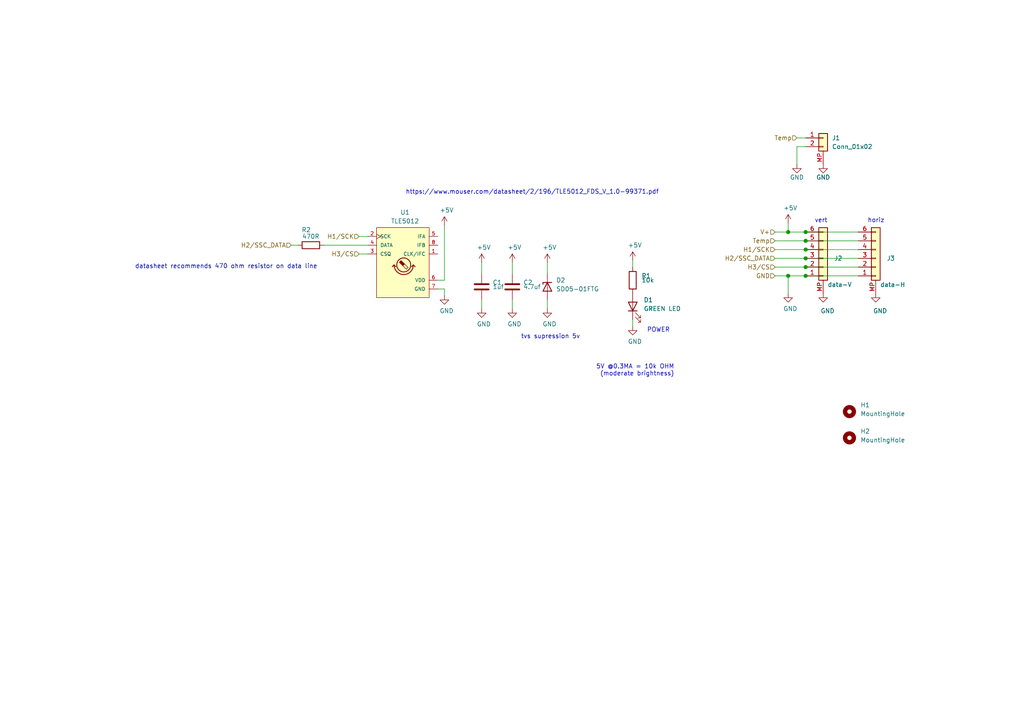
<source format=kicad_sch>
(kicad_sch (version 20211123) (generator eeschema)
  (paper "A4")
  (lib_symbols
    (symbol "Conn_01x06_1" (pin_names (offset 1.016) hide)
      (property "Reference" "J2" (at 3.175 0 0))
      (property "Value" "Conn_01x06" (at -3.81 10.16 0))
      (symbol "Conn_01x06_1_1_1"
        (rectangle (start -1.27 -7.493) (end 0 -7.747) (stroke (width 0.1524)))
        (rectangle (start -1.27 -4.953) (end 0 -5.207) (stroke (width 0.1524)))
        (rectangle (start -1.27 -2.413) (end 0 -2.667) (stroke (width 0.1524)))
        (rectangle (start -1.27 0.127) (end 0 -0.127) (stroke (width 0.1524)))
        (rectangle (start -1.27 2.667) (end 0 2.413) (stroke (width 0.1524)))
        (rectangle (start -1.27 5.207) (end 0 4.953) (stroke (width 0.1524)))
        (rectangle (start -1.27 6.35) (end 1.27 -8.89) (stroke (width 0.254)) (fill (type background)))
        (pin passive line (at -5.08 5.08 0) (length 3.81) (name "Pin_1") (number "1"))
        (pin passive line (at -5.08 2.54 0) (length 3.81) (name "Pin_2") (number "2"))
        (pin passive line (at -5.08 0 0) (length 3.81) (name "Pin_3") (number "3"))
        (pin passive line (at -5.08 -2.54 0) (length 3.81) (name "Pin_4") (number "4"))
        (pin passive line (at -5.08 -5.08 0) (length 3.81) (name "Pin_5") (number "5"))
        (pin passive line (at -5.08 -7.62 0) (length 3.81) (name "Pin_6") (number "6"))
        (pin passive line (at 0 10.16 270) (length 3.81) (name "MP") (number "MP"))
      )
    )
    (symbol "Connector_Generic:Conn_01x02" (pin_names (offset 1.016) hide)
      (property "Reference" "J1" (at 2.54 0 0))
      (property "Value" "Conn_01x02" (at 2.54 -2.54 0))
      (symbol "Conn_01x02_1_1"
        (rectangle (start -1.27 -2.413) (end 0 -2.667) (stroke (width 0.1524)))
        (rectangle (start -1.27 0.127) (end 0 -0.127) (stroke (width 0.1524)))
        (rectangle (start -1.27 1.27) (end 1.27 -3.81) (stroke (width 0.254)) (fill (type background)))
        (pin passive line (at -5.08 0 0) (length 3.81) (name "Pin_1") (number "1"))
        (pin passive line (at -5.08 -2.54 0) (length 3.81) (name "Pin_2") (number "2"))
        (pin passive line (at 0 -7.62 90) (length 3.81) (name "MP") (number "MP"))
      )
    )
    (symbol "Connector_Generic:Conn_01x06" (pin_names (offset 1.016) hide)
      (property "Reference" "J3" (at 3.175 0 0))
      (property "Value" "Conn_01x06" (at -3.81 10.16 0))
      (symbol "Conn_01x06_1_1"
        (rectangle (start -1.27 -7.493) (end 0 -7.747) (stroke (width 0.1524)))
        (rectangle (start -1.27 -4.953) (end 0 -5.207) (stroke (width 0.1524)))
        (rectangle (start -1.27 -2.413) (end 0 -2.667) (stroke (width 0.1524)))
        (rectangle (start -1.27 0.127) (end 0 -0.127) (stroke (width 0.1524)))
        (rectangle (start -1.27 2.667) (end 0 2.413) (stroke (width 0.1524)))
        (rectangle (start -1.27 5.207) (end 0 4.953) (stroke (width 0.1524)))
        (rectangle (start -1.27 6.35) (end 1.27 -8.89) (stroke (width 0.254)) (fill (type background)))
        (pin passive line (at -5.08 5.08 0) (length 3.81) (name "Pin_1") (number "1"))
        (pin passive line (at -5.08 2.54 0) (length 3.81) (name "Pin_2") (number "2"))
        (pin passive line (at -5.08 0 0) (length 3.81) (name "Pin_3") (number "3"))
        (pin passive line (at -5.08 -2.54 0) (length 3.81) (name "Pin_4") (number "4"))
        (pin passive line (at -5.08 -5.08 0) (length 3.81) (name "Pin_5") (number "5"))
        (pin passive line (at -5.08 -7.62 0) (length 3.81) (name "Pin_6") (number "6"))
        (pin passive line (at 0 10.16 270) (length 3.81) (name "MP") (number "MP"))
      )
    )
    (symbol "Device:C" (pin_numbers hide) (pin_names (offset 0.254))
      (property "Reference" "C" (at 0.635 2.54 0))
      (property "Value" "C" (at 0.635 -2.54 0))
      (symbol "C_0_1"
        (polyline (pts (xy -2.032 -0.762) (xy 2.032 -0.762)) (stroke (width 0.508)))
        (polyline (pts (xy -2.032 0.762) (xy 2.032 0.762)) (stroke (width 0.508)))
      )
      (symbol "C_1_1"
        (pin passive line (at 0 3.81 270) (length 2.794) (name "~") (number "1"))
        (pin passive line (at 0 -3.81 90) (length 2.794) (name "~") (number "2"))
      )
    )
    (symbol "Device:D_Zener" (pin_numbers hide) (pin_names (offset 1.016) hide)
      (property "Reference" "D" (at 0 2.54 0))
      (property "Value" "D_Zener" (at 0 -2.54 0))
      (symbol "D_Zener_0_1"
        (polyline (pts (xy 1.27 0) (xy -1.27 0)))
        (polyline (pts (xy -1.27 -1.27) (xy -1.27 1.27) (xy -0.762 1.27)) (stroke (width 0.254)))
        (polyline (pts (xy 1.27 -1.27) (xy 1.27 1.27) (xy -1.27 0) (xy 1.27 -1.27)) (stroke (width 0.254)))
      )
      (symbol "D_Zener_1_1"
        (pin passive line (at -3.81 0 0) (length 2.54) (name "K") (number "1"))
        (pin passive line (at 3.81 0 180) (length 2.54) (name "A") (number "2"))
      )
    )
    (symbol "Device:LED" (pin_numbers hide) (pin_names (offset 1.016) hide)
      (property "Reference" "D" (at 0 2.54 0))
      (property "Value" "LED" (at 0 -2.54 0))
      (symbol "LED_0_1"
        (polyline (pts (xy -1.27 -1.27) (xy -1.27 1.27)) (stroke (width 0.254)))
        (polyline (pts (xy -1.27 0) (xy 1.27 0)))
        (polyline (pts (xy 1.27 -1.27) (xy 1.27 1.27) (xy -1.27 0) (xy 1.27 -1.27)) (stroke (width 0.254)))
        (polyline (pts (xy -3.048 -0.762) (xy -4.572 -2.286) (xy -3.81 -2.286) (xy -4.572 -2.286) (xy -4.572 -1.524)))
        (polyline (pts (xy -1.778 -0.762) (xy -3.302 -2.286) (xy -2.54 -2.286) (xy -3.302 -2.286) (xy -3.302 -1.524)))
      )
      (symbol "LED_1_1"
        (pin passive line (at 3.81 0 180) (length 2.54) (name "A") (number "A"))
        (pin passive line (at -3.81 0 0) (length 2.54) (name "K") (number "C"))
      )
    )
    (symbol "Device:R" (pin_numbers hide) (pin_names (offset 0))
      (property "Reference" "R" (at 2.032 0 90))
      (property "Value" "R" (at 0 0 90))
      (symbol "R_0_1"
        (rectangle (start -1.016 -2.54) (end 1.016 2.54) (stroke (width 0.254)))
      )
      (symbol "R_1_1"
        (pin passive line (at 0 3.81 270) (length 1.27) (name "~") (number "1"))
        (pin passive line (at 0 -3.81 90) (length 1.27) (name "~") (number "2"))
      )
    )
    (symbol "Mechanical:MountingHole" (pin_names (offset 1.016))
      (property "Reference" "H" (at 0 5.08 0))
      (property "Value" "MountingHole" (at 0 3.175 0))
      (symbol "MountingHole_0_1"
        (circle (center 0 0) (radius 1.27) (stroke (width 1.27)))
      )
    )
    (symbol "eec:TLE5012" (pin_names (offset 1.016))
      (property "Reference" "U" (at 0 5.08 0))
      (property "Value" "TLE5012" (at 0 7.62 0))
      (symbol "TLE5012_1_1"
        (polyline (pts (xy 7.62 -8.255) (xy 7.112 -8.763)) (stroke (width 0.254)))
        (polyline (pts (xy 7.62 -8.255) (xy 8.128 -8.763)) (stroke (width 0.254)))
        (polyline (pts (xy 13.208 -8.255) (xy 12.7 -8.763)) (stroke (width 0.254)))
        (polyline (pts (xy 13.208 -8.255) (xy 13.716 -8.763)) (stroke (width 0.254)))
        (polyline (pts (xy 10.668 -8.001) (xy 11.684 -9.017) (xy 11.176 -9.525) (xy 10.16 -8.509)))
        (polyline (pts (xy 9.652 -6.985) (xy 10.668 -8.001) (xy 10.16 -8.509) (xy 9.144 -7.493) (xy 9.398 -7.239) (xy 9.652 -6.985) (xy 9.779 -7.112)) (fill (type outline)))
        (rectangle (start 2.54 2.54) (end 17.78 -17.78) (fill (type background)))
        (arc (start 7.62 -8.255) (mid 10.414 -11.049) (end 13.208 -8.255) (stroke (width 0.254)))
        (circle (center 10.414 -8.255) (radius 2.032) (stroke (width 0.254)))
        (pin open_collector line (at 20.32 -5.08 180) (length 2.54) (name "CLK/IFC") (number "1"))
        (pin input clock (at 0 0 0) (length 2.54) (name "SCK") (number "2"))
        (pin input line (at 0 -5.08 0) (length 2.54) (name "CSQ") (number "3"))
        (pin bidirectional line (at 0 -2.54 0) (length 2.54) (name "DATA") (number "4"))
        (pin open_collector line (at 20.32 0 180) (length 2.54) (name "IFA") (number "5"))
        (pin power_in line (at 20.32 -12.7 180) (length 2.54) (name "VDD") (number "6"))
        (pin power_in line (at 20.32 -15.24 180) (length 2.54) (name "GND") (number "7"))
        (pin open_collector line (at 20.32 -2.54 180) (length 2.54) (name "IFB") (number "8"))
      )
    )
    (symbol "power:+5V" (power) (pin_names (offset 0))
      (property "Value" "+5V" (at 0 3.556 0))
      (symbol "+5V_0_1"
        (polyline (pts (xy -0.762 1.27) (xy 0 2.54)))
        (polyline (pts (xy 0 0) (xy 0 2.54)))
        (polyline (pts (xy 0 2.54) (xy 0.762 1.27)))
      )
      (symbol "+5V_1_1"
        (pin power_in line (at 0 0 90) (length 0) hide (name "+5V") (number "1"))
      )
    )
    (symbol "power:GND" (power) (pin_names (offset 0))
      (property "Value" "GND" (at 0 -3.81 0))
      (symbol "GND_0_1"
        (polyline (pts (xy 0 0) (xy 0 -1.27) (xy 1.27 -1.27) (xy 0 -2.54) (xy -1.27 -1.27) (xy 0 -1.27)))
      )
      (symbol "GND_1_1"
        (pin power_in line (at 0 0 270) (length 0) hide (name "GND") (number "1"))
      )
    )
  )
  (junction (at 228.6 67.31) (diameter 1.016))
  (junction (at 228.6 80.01) (diameter 1.016))
  (junction (at 233.68 69.85) (diameter 1.016))
  (junction (at 233.68 72.39) (diameter 1.016))
  (junction (at 233.68 74.93) (diameter 1.016))
  (junction (at 233.68 67.31) (diameter 1.016))
  (junction (at 233.68 77.47) (diameter 1.016))
  (junction (at 233.68 80.01) (diameter 1.016))
  (wire (pts (xy 231.14 42.545) (xy 231.14 47.625)))
  (wire (pts (xy 233.68 80.01) (xy 248.92 80.01)))
  (wire (pts (xy 224.79 69.85) (xy 233.68 69.85)))
  (wire (pts (xy 139.7 86.995) (xy 139.7 89.535)))
  (wire (pts (xy 233.68 67.31) (xy 248.92 67.31)))
  (wire (pts (xy 128.905 65.405) (xy 128.905 81.28)))
  (wire (pts (xy 104.14 68.58) (xy 106.68 68.58)))
  (wire (pts (xy 228.6 67.31) (xy 233.68 67.31)))
  (wire (pts (xy 158.75 86.995) (xy 158.75 89.535)))
  (wire (pts (xy 233.68 72.39) (xy 248.92 72.39)))
  (wire (pts (xy 104.14 73.66) (xy 106.68 73.66)))
  (wire (pts (xy 224.79 74.93) (xy 233.68 74.93)))
  (wire (pts (xy 127 81.28) (xy 128.905 81.28)))
  (wire (pts (xy 128.905 83.82) (xy 128.905 85.725)))
  (wire (pts (xy 233.68 69.85) (xy 248.92 69.85)))
  (wire (pts (xy 224.79 72.39) (xy 233.68 72.39)))
  (wire (pts (xy 224.79 67.31) (xy 228.6 67.31)))
  (wire (pts (xy 139.7 76.2) (xy 139.7 79.375)))
  (wire (pts (xy 127 83.82) (xy 128.905 83.82)))
  (wire (pts (xy 224.79 80.01) (xy 228.6 80.01)))
  (wire (pts (xy 233.68 74.93) (xy 248.92 74.93)))
  (wire (pts (xy 228.6 64.77) (xy 228.6 67.31)))
  (wire (pts (xy 148.59 76.2) (xy 148.59 79.375)))
  (wire (pts (xy 148.59 86.995) (xy 148.59 89.535)))
  (wire (pts (xy 84.455 71.12) (xy 86.36 71.12)))
  (wire (pts (xy 158.75 76.2) (xy 158.75 79.375)))
  (wire (pts (xy 93.98 71.12) (xy 106.68 71.12)))
  (wire (pts (xy 231.14 40.005) (xy 233.68 40.005)))
  (wire (pts (xy 224.79 77.47) (xy 233.68 77.47)))
  (wire (pts (xy 228.6 80.01) (xy 228.6 85.09)))
  (wire (pts (xy 233.68 77.47) (xy 248.92 77.47)))
  (wire (pts (xy 183.515 75.565) (xy 183.515 77.47)))
  (wire (pts (xy 231.14 42.545) (xy 233.68 42.545)))
  (wire (pts (xy 183.515 92.71) (xy 183.515 94.615)))
  (wire (pts (xy 228.6 80.01) (xy 233.68 80.01)))
  (text "horiz" (at 256.54 64.77 180) (effects (font (size 1.27 1.27)) (justify right bottom)))
  (text "POWER" (at 194.31 96.52 180) (effects (font (size 1.27 1.27)) (justify right bottom)))
  (text "vert" (at 240.03 64.77 180) (effects (font (size 1.27 1.27)) (justify right bottom)))
  (text "tvs supression 5v" (at 168.275 98.425 180) (effects (font (size 1.27 1.27)) (justify right bottom)))
  (text "5V @0.3MA = 10k OHM\n(moderate brightness)" (at 195.58 109.22 180) (effects (font (size 1.27 1.27)) (justify right bottom)))
  (text "https://www.mouser.com/datasheet/2/196/TLE5012_FDS_V_1.0-99371.pdf" (at 191.135 56.515 180) (effects (font (size 1.27 1.27)) (justify right bottom)))
  (text "datasheet recommends 470 ohm resistor on data line" (at 92.075 78.105 180) (effects (font (size 1.27 1.27)) (justify right bottom)))
  (hierarchical_label "Temp" (shape input) (at 224.79 69.85 180))
  (hierarchical_label "H2{slash}SSC_DATA" (shape input) (at 224.79 74.93 180))
  (hierarchical_label "Temp" (shape input) (at 231.14 40.005 180))
  (hierarchical_label "H2{slash}SSC_DATA" (shape input) (at 84.455 71.12 180))
  (hierarchical_label "H1{slash}SCK" (shape input) (at 224.79 72.39 180))
  (hierarchical_label "H3{slash}CS" (shape input) (at 104.14 73.66 180))
  (hierarchical_label "V+" (shape input) (at 224.79 67.31 180))
  (hierarchical_label "H3{slash}CS" (shape input) (at 224.79 77.47 180))
  (hierarchical_label "H1{slash}SCK" (shape input) (at 104.14 68.58 180))
  (hierarchical_label "GND" (shape input) (at 224.79 80.01 180))
  (symbol (lib_id "power:GND") (at 228.6 85.09 0) (unit 1)
    (property "Reference" "#PWR0101" (effects hide))
    (property "Value" "GND" (at 229.235 89.535 0))
  )
  (symbol (lib_id "power:+5V") (at 139.7 76.2 0) (unit 1)
    (property "Reference" "#PWR0102" (effects hide))
    (property "Value" "+5V" (at 140.335 71.755 0))
  )
  (symbol (lib_name "Conn_01x06_1") (lib_id "Connector_Generic:Conn_01x06") (at 238.76 74.93 0) (mirror x) (unit 1)
    (property "Reference" "J2" (at 241.935 74.93 0) (effects (justify left)))
    (property "Value" "data-V" (at 240.03 82.55 0) (effects (justify left)))
    (property "Footprint" "Connector_JST:JST_GH_BM06B-GHS-TBT_1x06-1MP_P1.25mm_Vertical" (effects hide))
  )
  (symbol (lib_id "Device:R") (at 183.515 81.28 0) (unit 1)
    (property "Reference" "R1" (at 186.055 80.01 0) (effects (justify left)))
    (property "Value" "10k" (at 186.055 81.28 0) (effects (justify left)))
    (property "Footprint" "pkl_dipol:R_0603" (effects hide))
  )
  (symbol (lib_id "Connector_Generic:Conn_01x06") (at 254 74.93 0) (mirror x) (unit 1)
    (property "Reference" "J3" (at 257.175 74.93 0) (effects (justify left)))
    (property "Value" "data-H" (at 255.27 82.55 0) (effects (justify left)))
    (property "Footprint" "Connector_JST:JST_GH_SM06B-GHS-TB_1x06-1MP_P1.25mm_Horizontal" (effects hide))
  )
  (symbol (lib_id "Mechanical:MountingHole") (at 246.38 119.38 0) (unit 1)
    (property "Reference" "H1" (at 249.555 117.475 0) (effects (justify left)))
    (property "Value" "MountingHole" (at 249.555 120.015 0) (effects (justify left)))
    (property "Footprint" "MountingHole:MountingHole_3.2mm_M3" (effects hide))
  )
  (symbol (lib_id "power:GND") (at 158.75 89.535 0) (unit 1)
    (property "Reference" "#PWR0113" (effects hide))
    (property "Value" "GND" (at 159.385 93.98 0))
  )
  (symbol (lib_id "power:GND") (at 128.905 85.725 0) (unit 1)
    (property "Reference" "#PWR0104" (effects hide))
    (property "Value" "GND" (at 129.54 90.17 0))
  )
  (symbol (lib_id "power:GND") (at 148.59 89.535 0) (unit 1)
    (property "Reference" "#PWR0105" (effects hide))
    (property "Value" "GND" (at 149.225 93.98 0))
  )
  (symbol (lib_id "power:GND") (at 238.76 47.625 0) (unit 1)
    (property "Reference" "#PWR0114" (effects hide))
    (property "Value" "GND" (at 238.76 51.435 0))
  )
  (symbol (lib_id "power:+5V") (at 183.515 75.565 0) (unit 1)
    (property "Reference" "#PWR0111" (effects hide))
    (property "Value" "+5V" (at 184.15 71.12 0))
  )
  (symbol (lib_id "power:GND") (at 254 85.09 0) (unit 1)
    (property "Reference" "#PWR0115" (effects hide))
    (property "Value" "GND" (at 255.27 90.17 0))
  )
  (symbol (lib_id "Device:D_Zener") (at 158.75 83.185 90) (mirror x) (unit 1)
    (property "Reference" "D2" (at 161.29 81.28 90) (effects (justify right)))
    (property "Value" "SD05-01FTG" (at 161.29 83.82 90) (effects (justify right)))
    (property "Footprint" "Diode_SMD:D_SOD-323" (effects hide))
    (property "Field4" "lcsc C151235" (effects hide))
  )
  (symbol (lib_id "Connector_Generic:Conn_01x02") (at 238.76 40.005 0) (unit 1)
    (property "Reference" "J1" (at 241.3 40.005 0) (effects (justify left)))
    (property "Value" "Conn_01x02" (at 241.3 42.545 0) (effects (justify left)))
    (property "Footprint" "Connector_JST:JST_GH_SM02B-GHS-TB_1x02-1MP_P1.25mm_Horizontal" (effects hide))
  )
  (symbol (lib_id "power:GND") (at 139.7 89.535 0) (unit 1)
    (property "Reference" "#PWR0106" (effects hide))
    (property "Value" "GND" (at 140.335 93.98 0))
  )
  (symbol (lib_id "power:+5V") (at 228.6 64.77 0) (unit 1)
    (property "Reference" "#PWR0109" (effects hide))
    (property "Value" "+5V" (at 229.235 60.325 0))
  )
  (symbol (lib_id "Device:LED") (at 183.515 88.9 90) (unit 1)
    (property "Reference" "D1" (at 186.69 86.995 90) (effects (justify right)))
    (property "Value" "GREEN LED" (at 186.69 89.535 90) (effects (justify right)))
    (property "Footprint" "pkl_dipol:D_0603" (effects hide))
  )
  (symbol (lib_id "Device:C") (at 139.7 83.185 0) (unit 1)
    (property "Reference" "C1" (at 142.875 81.915 0) (effects (justify left)))
    (property "Value" "1uf" (at 142.875 83.185 0) (effects (justify left)))
    (property "Footprint" "pkl_dipol:C_0603" (effects hide))
  )
  (symbol (lib_id "power:GND") (at 231.14 47.625 0) (unit 1)
    (property "Reference" "#PWR0110" (effects hide))
    (property "Value" "GND" (at 231.14 51.435 0))
  )
  (symbol (lib_id "Device:R") (at 90.17 71.12 90) (unit 1)
    (property "Reference" "R2" (at 90.17 66.675 90) (effects (justify left)))
    (property "Value" "470R" (at 92.71 68.58 90) (effects (justify left)))
    (property "Footprint" "pkl_dipol:R_0603" (effects hide))
  )
  (symbol (lib_id "power:GND") (at 238.76 85.09 0) (unit 1)
    (property "Reference" "#PWR0116" (effects hide))
    (property "Value" "GND" (at 240.03 90.17 0))
  )
  (symbol (lib_id "Mechanical:MountingHole") (at 246.38 127 0) (unit 1)
    (property "Reference" "H2" (at 249.555 125.095 0) (effects (justify left)))
    (property "Value" "MountingHole" (at 249.555 127.635 0) (effects (justify left)))
    (property "Footprint" "MountingHole:MountingHole_3.2mm_M3" (effects hide))
  )
  (symbol (lib_id "power:+5V") (at 158.75 76.2 0) (unit 1)
    (property "Reference" "#PWR0108" (effects hide))
    (property "Value" "+5V" (at 159.385 71.755 0))
  )
  (symbol (lib_id "eec:TLE5012") (at 106.68 68.58 0) (unit 1)
    (property "Reference" "U1" (at 117.475 61.595 0))
    (property "Value" "TLE5012" (at 117.475 64.135 0))
    (property "Footprint" "Package_SO:SO-8_3.9x4.9mm_P1.27mm" (effects hide))
    (property "Datasheet" "http://www.infineon.com/dgdl/TLE5012_FDS_V_1.0.pdf?folderId=db3a304313d846880113dd9752130268&fileId=db3a30431ed1d7b2011f46f9ec2156c5" (effects hide))
    (property "Component Link 1 Description" "Manufacturer URL" (effects hide))
    (property "Component Link 1 URL" "http://www.infineon.com/" (effects hide))
    (property "Component Link 3 Description" "Package Specification" (effects hide))
    (property "Component Link 3 URL" "http://www.infineon.com/dgdl/TLE7259-2GE_DS_rev12.pdf?folderId=db3a3043163797a6011666d32a0c0de1&fileId=db3a3043163797a6011666d4dbb80de2&location=en.Products.Automotive_ICs.Automotive_Transceivers.LIN_Transceivers.DATASHEET.TLE7259-2GE_DS_rev12.pdf" (effects hide))
    (property "Datasheet Version" "Rev. 1.0" (effects hide))
    (property "Green" "true" (effects hide))
    (property "Halogen free" "available" (effects hide))
    (property "Interface" "SPI, PWM, HSM, IIF" (effects hide))
    (property "Mounting Technology" "Surface Mount" (effects hide))
    (property "Package Description" "8-Pin Plastic (Green) Dual Small Outline Package, 4.9 x 3.9 mm Body, 1.27 mm Pitch" (effects hide))
    (property "Package Version" "Mar-07" (effects hide))
    (property "Packing" "Reel" (effects hide))
    (property "category" "IC" (effects hide))
    (property "ciiva ids" "2417005" (effects hide))
    (property "library id" "1b15dfdf5dbbaf04" (effects hide))
    (property "manufacturer" "Infineon" (effects hide))
    (property "package" "PG-DSO-8-16" (effects hide))
    (property "release date" "1409234811" (effects hide))
    (property "vault revision" "E581E8E0-9BC8-4E10-9C4E-2BCCB84CD538" (effects hide))
    (property "imported" "yes" (effects hide))
  )
  (symbol (lib_id "power:+5V") (at 128.905 65.405 0) (unit 1)
    (property "Reference" "#PWR0107" (effects hide))
    (property "Value" "+5V" (at 129.54 60.96 0))
  )
  (symbol (lib_id "Device:C") (at 148.59 83.185 0) (unit 1)
    (property "Reference" "C2" (at 151.765 81.915 0) (effects (justify left)))
    (property "Value" "4.7uf" (at 151.765 83.185 0) (effects (justify left)))
    (property "Footprint" "pkl_dipol:C_0603" (effects hide))
  )
  (symbol (lib_id "power:+5V") (at 148.59 76.2 0) (unit 1)
    (property "Reference" "#PWR0103" (effects hide))
    (property "Value" "+5V" (at 149.225 71.755 0))
  )
  (symbol (lib_id "power:GND") (at 183.515 94.615 0) (unit 1)
    (property "Reference" "#PWR0112" (effects hide))
    (property "Value" "GND" (at 184.15 99.06 0))
  )
)
</source>
